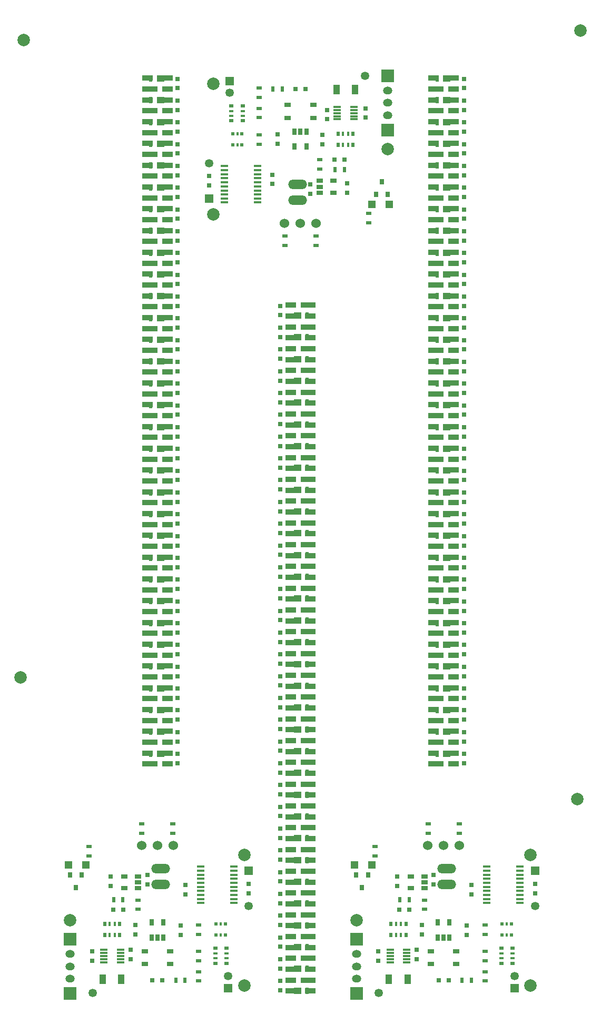
<source format=gts>
G04 #@! TF.FileFunction,Soldermask,Top*
%FSLAX46Y46*%
G04 Gerber Fmt 4.6, Leading zero omitted, Abs format (unit mm)*
G04 Created by KiCad (PCBNEW 4.0.1-stable) date 2017/04/08 12:51:49*
%MOMM*%
G01*
G04 APERTURE LIST*
%ADD10C,0.200000*%
%ADD11O,1.500000X1.270000*%
%ADD12R,2.000000X2.000000*%
%ADD13C,1.524000*%
%ADD14R,1.200000X0.300000*%
%ADD15R,1.200000X1.200000*%
%ADD16O,3.014980X1.506220*%
%ADD17R,0.800000X0.900000*%
%ADD18R,0.500000X0.900000*%
%ADD19R,0.900000X0.500000*%
%ADD20R,0.800000X0.800000*%
%ADD21R,0.700000X1.000000*%
%ADD22R,1.060000X0.650000*%
%ADD23C,2.000000*%
%ADD24R,0.750000X0.800000*%
%ADD25R,1.700000X0.850000*%
%ADD26R,1.200000X1.000000*%
%ADD27R,0.600000X1.000000*%
%ADD28C,1.350000*%
%ADD29R,1.350000X1.350000*%
%ADD30R,0.800000X0.500000*%
%ADD31R,0.800000X0.400000*%
%ADD32R,0.500000X0.800000*%
%ADD33R,0.400000X0.800000*%
%ADD34R,1.270000X0.406400*%
%ADD35R,0.400000X0.500000*%
%ADD36R,0.500000X0.500000*%
%ADD37R,1.000000X1.600000*%
%ADD38R,1.050000X0.650000*%
G04 APERTURE END LIST*
D10*
D11*
X135000000Y-50600000D03*
X135000000Y-48600000D03*
X135000000Y-52600000D03*
D12*
X135000000Y-46250000D03*
X135000000Y-54950000D03*
D13*
X123540000Y-70000000D03*
X121000000Y-70000000D03*
X118460000Y-70000000D03*
D14*
X126920000Y-51250000D03*
X126920000Y-51750000D03*
X126920000Y-52250000D03*
X126920000Y-52750000D03*
X126920000Y-53250000D03*
X129590000Y-53250000D03*
X129590000Y-52750000D03*
X129590000Y-52250000D03*
X129590000Y-51750000D03*
X129590000Y-51250000D03*
D15*
X132500000Y-66900000D03*
X135300000Y-66900000D03*
D16*
X120500000Y-66270000D03*
X120500000Y-63730000D03*
D17*
X133150000Y-65300000D03*
X135050000Y-65300000D03*
X134100000Y-63300000D03*
D18*
X116550000Y-48400000D03*
X118050000Y-48400000D03*
D19*
X114350000Y-53000000D03*
X114350000Y-51500000D03*
X114350000Y-49750000D03*
X114350000Y-48250000D03*
D18*
X126550000Y-61300000D03*
X128050000Y-61300000D03*
D19*
X124100000Y-61250000D03*
X124100000Y-59750000D03*
X132000000Y-68350000D03*
X132000000Y-69850000D03*
D20*
X121800000Y-48400000D03*
X120200000Y-48400000D03*
X128100000Y-59700000D03*
X126500000Y-59700000D03*
D21*
X121000000Y-55250000D03*
X121950000Y-55250000D03*
X120050000Y-55250000D03*
X120050000Y-57650000D03*
X121950000Y-57650000D03*
D22*
X124100000Y-63150000D03*
X124100000Y-64100000D03*
X124100000Y-65050000D03*
X126300000Y-65050000D03*
X126300000Y-63150000D03*
D23*
X107000000Y-47500000D03*
X107000000Y-68500000D03*
X135000000Y-58000000D03*
D24*
X117750000Y-84750000D03*
X117750000Y-83250000D03*
X117750000Y-88250000D03*
X117750000Y-86750000D03*
X117750000Y-91750000D03*
X117750000Y-90250000D03*
X117750000Y-95250000D03*
X117750000Y-93750000D03*
X117750000Y-98750000D03*
X117750000Y-97250000D03*
X117750000Y-102250000D03*
X117750000Y-100750000D03*
X117750000Y-105750000D03*
X117750000Y-104250000D03*
X117750000Y-109250000D03*
X117750000Y-107750000D03*
X117750000Y-112750000D03*
X117750000Y-111250000D03*
X117750000Y-116250000D03*
X117750000Y-114750000D03*
X117750000Y-119750000D03*
X117750000Y-118250000D03*
X117750000Y-123250000D03*
X117750000Y-121750000D03*
X117750000Y-126750000D03*
X117750000Y-125250000D03*
X117750000Y-130250000D03*
X117750000Y-128750000D03*
X117750000Y-133750000D03*
X117750000Y-132250000D03*
X117750000Y-137250000D03*
X117750000Y-135750000D03*
X117750000Y-140750000D03*
X117750000Y-139250000D03*
X117750000Y-144250000D03*
X117750000Y-142750000D03*
X117750000Y-147750000D03*
X117750000Y-146250000D03*
X117750000Y-151250000D03*
X117750000Y-149750000D03*
X117750000Y-154750000D03*
X117750000Y-153250000D03*
X117750000Y-158250000D03*
X117750000Y-156750000D03*
X117750000Y-161750000D03*
X117750000Y-160250000D03*
X117750000Y-165250000D03*
X117750000Y-163750000D03*
X117750000Y-168750000D03*
X117750000Y-167250000D03*
X117750000Y-172250000D03*
X117750000Y-170750000D03*
X117750000Y-175750000D03*
X117750000Y-174250000D03*
X117750000Y-179250000D03*
X117750000Y-177750000D03*
X117750000Y-182750000D03*
X117750000Y-181250000D03*
X117750000Y-186250000D03*
X117750000Y-184750000D03*
X117750000Y-189750000D03*
X117750000Y-188250000D03*
X117750000Y-193250000D03*
X117750000Y-191750000D03*
X122600000Y-65250000D03*
X122600000Y-63750000D03*
X128500000Y-65050000D03*
X128500000Y-63550000D03*
X117300000Y-57150000D03*
X117300000Y-55650000D03*
X124500000Y-55750000D03*
X124500000Y-57250000D03*
X125300000Y-53250000D03*
X125300000Y-51750000D03*
X131500000Y-53000000D03*
X131500000Y-51500000D03*
D25*
X122600000Y-193375000D03*
X122600000Y-191625000D03*
X119400000Y-191625000D03*
X119400000Y-193375000D03*
X121850000Y-191625000D03*
D26*
X120500000Y-193300000D03*
D27*
X122050000Y-193300000D03*
D25*
X122600000Y-189875000D03*
X122600000Y-188125000D03*
X119400000Y-188125000D03*
X119400000Y-189875000D03*
X121850000Y-188125000D03*
D26*
X120500000Y-189800000D03*
D27*
X122050000Y-189800000D03*
D25*
X122600000Y-186375000D03*
X122600000Y-184625000D03*
X119400000Y-184625000D03*
X119400000Y-186375000D03*
X121850000Y-184625000D03*
D26*
X120500000Y-186300000D03*
D27*
X122050000Y-186300000D03*
D25*
X122600000Y-182875000D03*
X122600000Y-181125000D03*
X119400000Y-181125000D03*
X119400000Y-182875000D03*
X121850000Y-181125000D03*
D26*
X120500000Y-182800000D03*
D27*
X122050000Y-182800000D03*
D25*
X122600000Y-179375000D03*
X122600000Y-177625000D03*
X119400000Y-177625000D03*
X119400000Y-179375000D03*
X121850000Y-177625000D03*
D26*
X120500000Y-179300000D03*
D27*
X122050000Y-179300000D03*
D25*
X122600000Y-175875000D03*
X122600000Y-174125000D03*
X119400000Y-174125000D03*
X119400000Y-175875000D03*
X121850000Y-174125000D03*
D26*
X120500000Y-175800000D03*
D27*
X122050000Y-175800000D03*
D25*
X122600000Y-172375000D03*
X122600000Y-170625000D03*
X119400000Y-170625000D03*
X119400000Y-172375000D03*
X121850000Y-170625000D03*
D26*
X120500000Y-172300000D03*
D27*
X122050000Y-172300000D03*
D25*
X122600000Y-168875000D03*
X122600000Y-167125000D03*
X119400000Y-167125000D03*
X119400000Y-168875000D03*
X121850000Y-167125000D03*
D26*
X120500000Y-168800000D03*
D27*
X122050000Y-168800000D03*
D25*
X122600000Y-165375000D03*
X122600000Y-163625000D03*
X119400000Y-163625000D03*
X119400000Y-165375000D03*
X121850000Y-163625000D03*
D26*
X120500000Y-165300000D03*
D27*
X122050000Y-165300000D03*
D25*
X122600000Y-161875000D03*
X122600000Y-160125000D03*
X119400000Y-160125000D03*
X119400000Y-161875000D03*
X121850000Y-160125000D03*
D26*
X120500000Y-161800000D03*
D27*
X122050000Y-161800000D03*
D25*
X122600000Y-158375000D03*
X122600000Y-156625000D03*
X119400000Y-156625000D03*
X119400000Y-158375000D03*
X121850000Y-156625000D03*
D26*
X120500000Y-158300000D03*
D27*
X122050000Y-158300000D03*
D25*
X122600000Y-154875000D03*
X122600000Y-153125000D03*
X119400000Y-153125000D03*
X119400000Y-154875000D03*
X121850000Y-153125000D03*
D26*
X120500000Y-154800000D03*
D27*
X122050000Y-154800000D03*
D25*
X122600000Y-151375000D03*
X122600000Y-149625000D03*
X119400000Y-149625000D03*
X119400000Y-151375000D03*
X121850000Y-149625000D03*
D26*
X120500000Y-151300000D03*
D27*
X122050000Y-151300000D03*
D25*
X122600000Y-147875000D03*
X122600000Y-146125000D03*
X119400000Y-146125000D03*
X119400000Y-147875000D03*
X121850000Y-146125000D03*
D26*
X120500000Y-147800000D03*
D27*
X122050000Y-147800000D03*
D25*
X122600000Y-144375000D03*
X122600000Y-142625000D03*
X119400000Y-142625000D03*
X119400000Y-144375000D03*
X121850000Y-142625000D03*
D26*
X120500000Y-144300000D03*
D27*
X122050000Y-144300000D03*
D25*
X122600000Y-140875000D03*
X122600000Y-139125000D03*
X119400000Y-139125000D03*
X119400000Y-140875000D03*
X121850000Y-139125000D03*
D26*
X120500000Y-140800000D03*
D27*
X122050000Y-140800000D03*
D25*
X122600000Y-137375000D03*
X122600000Y-135625000D03*
X119400000Y-135625000D03*
X119400000Y-137375000D03*
X121850000Y-135625000D03*
D26*
X120500000Y-137300000D03*
D27*
X122050000Y-137300000D03*
D25*
X122600000Y-133875000D03*
X122600000Y-132125000D03*
X119400000Y-132125000D03*
X119400000Y-133875000D03*
X121850000Y-132125000D03*
D26*
X120500000Y-133800000D03*
D27*
X122050000Y-133800000D03*
D25*
X122600000Y-130375000D03*
X122600000Y-128625000D03*
X119400000Y-128625000D03*
X119400000Y-130375000D03*
X121850000Y-128625000D03*
D26*
X120500000Y-130300000D03*
D27*
X122050000Y-130300000D03*
D25*
X122600000Y-126875000D03*
X122600000Y-125125000D03*
X119400000Y-125125000D03*
X119400000Y-126875000D03*
X121850000Y-125125000D03*
D26*
X120500000Y-126800000D03*
D27*
X122050000Y-126800000D03*
D25*
X122600000Y-123375000D03*
X122600000Y-121625000D03*
X119400000Y-121625000D03*
X119400000Y-123375000D03*
X121850000Y-121625000D03*
D26*
X120500000Y-123300000D03*
D27*
X122050000Y-123300000D03*
D25*
X122600000Y-119875000D03*
X122600000Y-118125000D03*
X119400000Y-118125000D03*
X119400000Y-119875000D03*
X121850000Y-118125000D03*
D26*
X120500000Y-119800000D03*
D27*
X122050000Y-119800000D03*
D25*
X122600000Y-116375000D03*
X122600000Y-114625000D03*
X119400000Y-114625000D03*
X119400000Y-116375000D03*
X121850000Y-114625000D03*
D26*
X120500000Y-116300000D03*
D27*
X122050000Y-116300000D03*
D25*
X122600000Y-112875000D03*
X122600000Y-111125000D03*
X119400000Y-111125000D03*
X119400000Y-112875000D03*
X121850000Y-111125000D03*
D26*
X120500000Y-112800000D03*
D27*
X122050000Y-112800000D03*
D25*
X122600000Y-109375000D03*
X122600000Y-107625000D03*
X119400000Y-107625000D03*
X119400000Y-109375000D03*
X121850000Y-107625000D03*
D26*
X120500000Y-109300000D03*
D27*
X122050000Y-109300000D03*
D25*
X122600000Y-105875000D03*
X122600000Y-104125000D03*
X119400000Y-104125000D03*
X119400000Y-105875000D03*
X121850000Y-104125000D03*
D26*
X120500000Y-105800000D03*
D27*
X122050000Y-105800000D03*
D25*
X122600000Y-102375000D03*
X122600000Y-100625000D03*
X119400000Y-100625000D03*
X119400000Y-102375000D03*
X121850000Y-100625000D03*
D26*
X120500000Y-102300000D03*
D27*
X122050000Y-102300000D03*
D25*
X122600000Y-98875000D03*
X122600000Y-97125000D03*
X119400000Y-97125000D03*
X119400000Y-98875000D03*
X121850000Y-97125000D03*
D26*
X120500000Y-98800000D03*
D27*
X122050000Y-98800000D03*
D25*
X122600000Y-95375000D03*
X122600000Y-93625000D03*
X119400000Y-93625000D03*
X119400000Y-95375000D03*
X121850000Y-93625000D03*
D26*
X120500000Y-95300000D03*
D27*
X122050000Y-95300000D03*
D25*
X122600000Y-91875000D03*
X122600000Y-90125000D03*
X119400000Y-90125000D03*
X119400000Y-91875000D03*
X121850000Y-90125000D03*
D26*
X120500000Y-91800000D03*
D27*
X122050000Y-91800000D03*
D25*
X122600000Y-88375000D03*
X122600000Y-86625000D03*
X119400000Y-86625000D03*
X119400000Y-88375000D03*
X121850000Y-86625000D03*
D26*
X120500000Y-88300000D03*
D27*
X122050000Y-88300000D03*
D25*
X122600000Y-84875000D03*
X122600000Y-83125000D03*
X119400000Y-83125000D03*
X119400000Y-84875000D03*
X121850000Y-83125000D03*
D26*
X120500000Y-84800000D03*
D27*
X122050000Y-84800000D03*
D19*
X123500000Y-73500000D03*
X123500000Y-72000000D03*
D28*
X131400000Y-46300000D03*
X106300000Y-60300000D03*
D29*
X106300000Y-66000000D03*
D28*
X109600000Y-49000000D03*
D29*
X109600000Y-47100000D03*
D30*
X109900000Y-51100000D03*
D31*
X109900000Y-52700000D03*
X109900000Y-51900000D03*
D30*
X109900000Y-53500000D03*
D31*
X111700000Y-51900000D03*
D30*
X111700000Y-51100000D03*
D31*
X111700000Y-52700000D03*
D30*
X111700000Y-53500000D03*
D32*
X129450000Y-55600000D03*
D33*
X127850000Y-55600000D03*
X128650000Y-55600000D03*
D32*
X127050000Y-55600000D03*
D33*
X128650000Y-57400000D03*
D32*
X129450000Y-57400000D03*
D33*
X127850000Y-57400000D03*
D32*
X127050000Y-57400000D03*
D24*
X116500000Y-63650000D03*
X116500000Y-62150000D03*
X106300000Y-62350000D03*
X106300000Y-63850000D03*
D34*
X108733000Y-60779000D03*
X108733000Y-61414000D03*
X108733000Y-62074400D03*
X108733000Y-62734800D03*
X108733000Y-63369800D03*
X108733000Y-64030200D03*
X108733000Y-64690600D03*
X108733000Y-65325600D03*
X108733000Y-65986000D03*
X108733000Y-66621000D03*
X114067000Y-66621000D03*
X114067000Y-65986000D03*
X114067000Y-65325600D03*
X114067000Y-64690600D03*
X114067000Y-64030200D03*
X114067000Y-63369800D03*
X114067000Y-62734800D03*
X114067000Y-62074400D03*
X114067000Y-61414000D03*
X114067000Y-60779000D03*
D35*
X110850000Y-57400000D03*
X110850000Y-55600000D03*
D36*
X110100000Y-57400000D03*
X111600000Y-57400000D03*
X111600000Y-55600000D03*
X110100000Y-55600000D03*
D19*
X118500000Y-73500000D03*
X118500000Y-72000000D03*
X114350000Y-55750000D03*
X114350000Y-57250000D03*
D37*
X129800000Y-48500000D03*
X126800000Y-48500000D03*
D38*
X123050000Y-53050000D03*
X118950000Y-53050000D03*
X118950000Y-50950000D03*
X123050000Y-50950000D03*
D13*
X95460000Y-170000000D03*
X98000000Y-170000000D03*
X100540000Y-170000000D03*
D14*
X92080000Y-188750000D03*
X92080000Y-188250000D03*
X92080000Y-187750000D03*
X92080000Y-187250000D03*
X92080000Y-186750000D03*
X89410000Y-186750000D03*
X89410000Y-187250000D03*
X89410000Y-187750000D03*
X89410000Y-188250000D03*
X89410000Y-188750000D03*
D15*
X86500000Y-173100000D03*
X83700000Y-173100000D03*
D16*
X98500000Y-173730000D03*
X98500000Y-176270000D03*
D17*
X85850000Y-174700000D03*
X83950000Y-174700000D03*
X84900000Y-176700000D03*
D18*
X102450000Y-191600000D03*
X100950000Y-191600000D03*
D19*
X104650000Y-187000000D03*
X104650000Y-188500000D03*
X104650000Y-190250000D03*
X104650000Y-191750000D03*
D18*
X92450000Y-178700000D03*
X90950000Y-178700000D03*
D19*
X94900000Y-178750000D03*
X94900000Y-180250000D03*
X87000000Y-171650000D03*
X87000000Y-170150000D03*
D20*
X97200000Y-191600000D03*
X98800000Y-191600000D03*
X90900000Y-180300000D03*
X92500000Y-180300000D03*
D21*
X98000000Y-184750000D03*
X97050000Y-184750000D03*
X98950000Y-184750000D03*
X98950000Y-182350000D03*
X97050000Y-182350000D03*
D22*
X94900000Y-176850000D03*
X94900000Y-175900000D03*
X94900000Y-174950000D03*
X92700000Y-174950000D03*
X92700000Y-176850000D03*
D23*
X112000000Y-192500000D03*
X112000000Y-171500000D03*
X84000000Y-182000000D03*
D24*
X101250000Y-155250000D03*
X101250000Y-156750000D03*
X101250000Y-151750000D03*
X101250000Y-153250000D03*
X101250000Y-148250000D03*
X101250000Y-149750000D03*
X101250000Y-144750000D03*
X101250000Y-146250000D03*
X101250000Y-141250000D03*
X101250000Y-142750000D03*
X101250000Y-137750000D03*
X101250000Y-139250000D03*
X101250000Y-134250000D03*
X101250000Y-135750000D03*
X101250000Y-130750000D03*
X101250000Y-132250000D03*
X101250000Y-127250000D03*
X101250000Y-128750000D03*
X101250000Y-123750000D03*
X101250000Y-125250000D03*
X101250000Y-120250000D03*
X101250000Y-121750000D03*
X101250000Y-116750000D03*
X101250000Y-118250000D03*
X101250000Y-113250000D03*
X101250000Y-114750000D03*
X101250000Y-109750000D03*
X101250000Y-111250000D03*
X101250000Y-106250000D03*
X101250000Y-107750000D03*
X101250000Y-102750000D03*
X101250000Y-104250000D03*
X101250000Y-99250000D03*
X101250000Y-100750000D03*
X101250000Y-95750000D03*
X101250000Y-97250000D03*
X101250000Y-92250000D03*
X101250000Y-93750000D03*
X101250000Y-88750000D03*
X101250000Y-90250000D03*
X101250000Y-85250000D03*
X101250000Y-86750000D03*
X101250000Y-81750000D03*
X101250000Y-83250000D03*
X101250000Y-78250000D03*
X101250000Y-79750000D03*
X101250000Y-74750000D03*
X101250000Y-76250000D03*
X101250000Y-71250000D03*
X101250000Y-72750000D03*
X101250000Y-67750000D03*
X101250000Y-69250000D03*
X101250000Y-64250000D03*
X101250000Y-65750000D03*
X101250000Y-60750000D03*
X101250000Y-62250000D03*
X101250000Y-57250000D03*
X101250000Y-58750000D03*
X101250000Y-53750000D03*
X101250000Y-55250000D03*
X101250000Y-50250000D03*
X101250000Y-51750000D03*
X101250000Y-46750000D03*
X101250000Y-48250000D03*
X96400000Y-174750000D03*
X96400000Y-176250000D03*
X90500000Y-174950000D03*
X90500000Y-176450000D03*
X101700000Y-182850000D03*
X101700000Y-184350000D03*
X94500000Y-184250000D03*
X94500000Y-182750000D03*
X93700000Y-186750000D03*
X93700000Y-188250000D03*
X87500000Y-187000000D03*
X87500000Y-188500000D03*
D25*
X96400000Y-46625000D03*
X96400000Y-48375000D03*
X99600000Y-48375000D03*
X99600000Y-46625000D03*
X97150000Y-48375000D03*
D26*
X98500000Y-46700000D03*
D27*
X96950000Y-46700000D03*
D25*
X96400000Y-50125000D03*
X96400000Y-51875000D03*
X99600000Y-51875000D03*
X99600000Y-50125000D03*
X97150000Y-51875000D03*
D26*
X98500000Y-50200000D03*
D27*
X96950000Y-50200000D03*
D25*
X96400000Y-53625000D03*
X96400000Y-55375000D03*
X99600000Y-55375000D03*
X99600000Y-53625000D03*
X97150000Y-55375000D03*
D26*
X98500000Y-53700000D03*
D27*
X96950000Y-53700000D03*
D25*
X96400000Y-57125000D03*
X96400000Y-58875000D03*
X99600000Y-58875000D03*
X99600000Y-57125000D03*
X97150000Y-58875000D03*
D26*
X98500000Y-57200000D03*
D27*
X96950000Y-57200000D03*
D25*
X96400000Y-60625000D03*
X96400000Y-62375000D03*
X99600000Y-62375000D03*
X99600000Y-60625000D03*
X97150000Y-62375000D03*
D26*
X98500000Y-60700000D03*
D27*
X96950000Y-60700000D03*
D25*
X96400000Y-64125000D03*
X96400000Y-65875000D03*
X99600000Y-65875000D03*
X99600000Y-64125000D03*
X97150000Y-65875000D03*
D26*
X98500000Y-64200000D03*
D27*
X96950000Y-64200000D03*
D25*
X96400000Y-67625000D03*
X96400000Y-69375000D03*
X99600000Y-69375000D03*
X99600000Y-67625000D03*
X97150000Y-69375000D03*
D26*
X98500000Y-67700000D03*
D27*
X96950000Y-67700000D03*
D25*
X96400000Y-71125000D03*
X96400000Y-72875000D03*
X99600000Y-72875000D03*
X99600000Y-71125000D03*
X97150000Y-72875000D03*
D26*
X98500000Y-71200000D03*
D27*
X96950000Y-71200000D03*
D25*
X96400000Y-74625000D03*
X96400000Y-76375000D03*
X99600000Y-76375000D03*
X99600000Y-74625000D03*
X97150000Y-76375000D03*
D26*
X98500000Y-74700000D03*
D27*
X96950000Y-74700000D03*
D25*
X96400000Y-78125000D03*
X96400000Y-79875000D03*
X99600000Y-79875000D03*
X99600000Y-78125000D03*
X97150000Y-79875000D03*
D26*
X98500000Y-78200000D03*
D27*
X96950000Y-78200000D03*
D25*
X96400000Y-81625000D03*
X96400000Y-83375000D03*
X99600000Y-83375000D03*
X99600000Y-81625000D03*
X97150000Y-83375000D03*
D26*
X98500000Y-81700000D03*
D27*
X96950000Y-81700000D03*
D25*
X96400000Y-85125000D03*
X96400000Y-86875000D03*
X99600000Y-86875000D03*
X99600000Y-85125000D03*
X97150000Y-86875000D03*
D26*
X98500000Y-85200000D03*
D27*
X96950000Y-85200000D03*
D25*
X96400000Y-88625000D03*
X96400000Y-90375000D03*
X99600000Y-90375000D03*
X99600000Y-88625000D03*
X97150000Y-90375000D03*
D26*
X98500000Y-88700000D03*
D27*
X96950000Y-88700000D03*
D25*
X96400000Y-92125000D03*
X96400000Y-93875000D03*
X99600000Y-93875000D03*
X99600000Y-92125000D03*
X97150000Y-93875000D03*
D26*
X98500000Y-92200000D03*
D27*
X96950000Y-92200000D03*
D25*
X96400000Y-95625000D03*
X96400000Y-97375000D03*
X99600000Y-97375000D03*
X99600000Y-95625000D03*
X97150000Y-97375000D03*
D26*
X98500000Y-95700000D03*
D27*
X96950000Y-95700000D03*
D25*
X96400000Y-99125000D03*
X96400000Y-100875000D03*
X99600000Y-100875000D03*
X99600000Y-99125000D03*
X97150000Y-100875000D03*
D26*
X98500000Y-99200000D03*
D27*
X96950000Y-99200000D03*
D25*
X96400000Y-102625000D03*
X96400000Y-104375000D03*
X99600000Y-104375000D03*
X99600000Y-102625000D03*
X97150000Y-104375000D03*
D26*
X98500000Y-102700000D03*
D27*
X96950000Y-102700000D03*
D25*
X96400000Y-106125000D03*
X96400000Y-107875000D03*
X99600000Y-107875000D03*
X99600000Y-106125000D03*
X97150000Y-107875000D03*
D26*
X98500000Y-106200000D03*
D27*
X96950000Y-106200000D03*
D25*
X96400000Y-109625000D03*
X96400000Y-111375000D03*
X99600000Y-111375000D03*
X99600000Y-109625000D03*
X97150000Y-111375000D03*
D26*
X98500000Y-109700000D03*
D27*
X96950000Y-109700000D03*
D25*
X96400000Y-113125000D03*
X96400000Y-114875000D03*
X99600000Y-114875000D03*
X99600000Y-113125000D03*
X97150000Y-114875000D03*
D26*
X98500000Y-113200000D03*
D27*
X96950000Y-113200000D03*
D25*
X96400000Y-116625000D03*
X96400000Y-118375000D03*
X99600000Y-118375000D03*
X99600000Y-116625000D03*
X97150000Y-118375000D03*
D26*
X98500000Y-116700000D03*
D27*
X96950000Y-116700000D03*
D25*
X96400000Y-120125000D03*
X96400000Y-121875000D03*
X99600000Y-121875000D03*
X99600000Y-120125000D03*
X97150000Y-121875000D03*
D26*
X98500000Y-120200000D03*
D27*
X96950000Y-120200000D03*
D25*
X96400000Y-123625000D03*
X96400000Y-125375000D03*
X99600000Y-125375000D03*
X99600000Y-123625000D03*
X97150000Y-125375000D03*
D26*
X98500000Y-123700000D03*
D27*
X96950000Y-123700000D03*
D25*
X96400000Y-127125000D03*
X96400000Y-128875000D03*
X99600000Y-128875000D03*
X99600000Y-127125000D03*
X97150000Y-128875000D03*
D26*
X98500000Y-127200000D03*
D27*
X96950000Y-127200000D03*
D25*
X96400000Y-130625000D03*
X96400000Y-132375000D03*
X99600000Y-132375000D03*
X99600000Y-130625000D03*
X97150000Y-132375000D03*
D26*
X98500000Y-130700000D03*
D27*
X96950000Y-130700000D03*
D25*
X96400000Y-134125000D03*
X96400000Y-135875000D03*
X99600000Y-135875000D03*
X99600000Y-134125000D03*
X97150000Y-135875000D03*
D26*
X98500000Y-134200000D03*
D27*
X96950000Y-134200000D03*
D25*
X96400000Y-137625000D03*
X96400000Y-139375000D03*
X99600000Y-139375000D03*
X99600000Y-137625000D03*
X97150000Y-139375000D03*
D26*
X98500000Y-137700000D03*
D27*
X96950000Y-137700000D03*
D25*
X96400000Y-141125000D03*
X96400000Y-142875000D03*
X99600000Y-142875000D03*
X99600000Y-141125000D03*
X97150000Y-142875000D03*
D26*
X98500000Y-141200000D03*
D27*
X96950000Y-141200000D03*
D25*
X96400000Y-144625000D03*
X96400000Y-146375000D03*
X99600000Y-146375000D03*
X99600000Y-144625000D03*
X97150000Y-146375000D03*
D26*
X98500000Y-144700000D03*
D27*
X96950000Y-144700000D03*
D25*
X96400000Y-148125000D03*
X96400000Y-149875000D03*
X99600000Y-149875000D03*
X99600000Y-148125000D03*
X97150000Y-149875000D03*
D26*
X98500000Y-148200000D03*
D27*
X96950000Y-148200000D03*
D25*
X96400000Y-151625000D03*
X96400000Y-153375000D03*
X99600000Y-153375000D03*
X99600000Y-151625000D03*
X97150000Y-153375000D03*
D26*
X98500000Y-151700000D03*
D27*
X96950000Y-151700000D03*
D25*
X96400000Y-155125000D03*
X96400000Y-156875000D03*
X99600000Y-156875000D03*
X99600000Y-155125000D03*
X97150000Y-156875000D03*
D26*
X98500000Y-155200000D03*
D27*
X96950000Y-155200000D03*
D19*
X95500000Y-166500000D03*
X95500000Y-168000000D03*
D28*
X87600000Y-193700000D03*
X112700000Y-179700000D03*
D29*
X112700000Y-174000000D03*
D28*
X109400000Y-191000000D03*
D29*
X109400000Y-192900000D03*
D30*
X109100000Y-188900000D03*
D31*
X109100000Y-187300000D03*
X109100000Y-188100000D03*
D30*
X109100000Y-186500000D03*
D31*
X107300000Y-188100000D03*
D30*
X107300000Y-188900000D03*
D31*
X107300000Y-187300000D03*
D30*
X107300000Y-186500000D03*
D32*
X89550000Y-184400000D03*
D33*
X91150000Y-184400000D03*
X90350000Y-184400000D03*
D32*
X91950000Y-184400000D03*
D33*
X90350000Y-182600000D03*
D32*
X89550000Y-182600000D03*
D33*
X91150000Y-182600000D03*
D32*
X91950000Y-182600000D03*
D24*
X102500000Y-176350000D03*
X102500000Y-177850000D03*
X112700000Y-177650000D03*
X112700000Y-176150000D03*
D34*
X110267000Y-179221000D03*
X110267000Y-178586000D03*
X110267000Y-177925600D03*
X110267000Y-177265200D03*
X110267000Y-176630200D03*
X110267000Y-175969800D03*
X110267000Y-175309400D03*
X110267000Y-174674400D03*
X110267000Y-174014000D03*
X110267000Y-173379000D03*
X104933000Y-173379000D03*
X104933000Y-174014000D03*
X104933000Y-174674400D03*
X104933000Y-175309400D03*
X104933000Y-175969800D03*
X104933000Y-176630200D03*
X104933000Y-177265200D03*
X104933000Y-177925600D03*
X104933000Y-178586000D03*
X104933000Y-179221000D03*
D35*
X108150000Y-182600000D03*
X108150000Y-184400000D03*
D36*
X108900000Y-182600000D03*
X107400000Y-182600000D03*
X107400000Y-184400000D03*
X108900000Y-184400000D03*
D19*
X100500000Y-166500000D03*
X100500000Y-168000000D03*
X104650000Y-184250000D03*
X104650000Y-182750000D03*
D37*
X89200000Y-191500000D03*
X92200000Y-191500000D03*
D38*
X95950000Y-186950000D03*
X100050000Y-186950000D03*
X100050000Y-189050000D03*
X95950000Y-189050000D03*
D13*
X141460000Y-170000000D03*
X144000000Y-170000000D03*
X146540000Y-170000000D03*
D14*
X138080000Y-188750000D03*
X138080000Y-188250000D03*
X138080000Y-187750000D03*
X138080000Y-187250000D03*
X138080000Y-186750000D03*
X135410000Y-186750000D03*
X135410000Y-187250000D03*
X135410000Y-187750000D03*
X135410000Y-188250000D03*
X135410000Y-188750000D03*
D15*
X132500000Y-173100000D03*
X129700000Y-173100000D03*
D16*
X144500000Y-173730000D03*
X144500000Y-176270000D03*
D17*
X131850000Y-174700000D03*
X129950000Y-174700000D03*
X130900000Y-176700000D03*
D18*
X148450000Y-191600000D03*
X146950000Y-191600000D03*
D19*
X150650000Y-187000000D03*
X150650000Y-188500000D03*
X150650000Y-190250000D03*
X150650000Y-191750000D03*
D18*
X138450000Y-178700000D03*
X136950000Y-178700000D03*
D19*
X140900000Y-178750000D03*
X140900000Y-180250000D03*
X133000000Y-171650000D03*
X133000000Y-170150000D03*
D20*
X143200000Y-191600000D03*
X144800000Y-191600000D03*
X136900000Y-180300000D03*
X138500000Y-180300000D03*
D21*
X144000000Y-184750000D03*
X143050000Y-184750000D03*
X144950000Y-184750000D03*
X144950000Y-182350000D03*
X143050000Y-182350000D03*
D22*
X140900000Y-176850000D03*
X140900000Y-175900000D03*
X140900000Y-174950000D03*
X138700000Y-174950000D03*
X138700000Y-176850000D03*
D23*
X158000000Y-192500000D03*
X158000000Y-171500000D03*
X130000000Y-182000000D03*
D24*
X147250000Y-155250000D03*
X147250000Y-156750000D03*
X147250000Y-151750000D03*
X147250000Y-153250000D03*
X147250000Y-148250000D03*
X147250000Y-149750000D03*
X147250000Y-144750000D03*
X147250000Y-146250000D03*
X147250000Y-141250000D03*
X147250000Y-142750000D03*
X147250000Y-137750000D03*
X147250000Y-139250000D03*
X147250000Y-134250000D03*
X147250000Y-135750000D03*
X147250000Y-130750000D03*
X147250000Y-132250000D03*
X147250000Y-127250000D03*
X147250000Y-128750000D03*
X147250000Y-123750000D03*
X147250000Y-125250000D03*
X147250000Y-120250000D03*
X147250000Y-121750000D03*
X147250000Y-116750000D03*
X147250000Y-118250000D03*
X147250000Y-113250000D03*
X147250000Y-114750000D03*
X147250000Y-109750000D03*
X147250000Y-111250000D03*
X147250000Y-106250000D03*
X147250000Y-107750000D03*
X147250000Y-102750000D03*
X147250000Y-104250000D03*
X147250000Y-99250000D03*
X147250000Y-100750000D03*
X147250000Y-95750000D03*
X147250000Y-97250000D03*
X147250000Y-92250000D03*
X147250000Y-93750000D03*
X147250000Y-88750000D03*
X147250000Y-90250000D03*
X147250000Y-85250000D03*
X147250000Y-86750000D03*
X147250000Y-81750000D03*
X147250000Y-83250000D03*
X147250000Y-78250000D03*
X147250000Y-79750000D03*
X147250000Y-74750000D03*
X147250000Y-76250000D03*
X147250000Y-71250000D03*
X147250000Y-72750000D03*
X147250000Y-67750000D03*
X147250000Y-69250000D03*
X147250000Y-64250000D03*
X147250000Y-65750000D03*
X147250000Y-60750000D03*
X147250000Y-62250000D03*
X147250000Y-57250000D03*
X147250000Y-58750000D03*
X147250000Y-53750000D03*
X147250000Y-55250000D03*
X147250000Y-50250000D03*
X147250000Y-51750000D03*
X147250000Y-46750000D03*
X147250000Y-48250000D03*
X142400000Y-174750000D03*
X142400000Y-176250000D03*
X136500000Y-174950000D03*
X136500000Y-176450000D03*
X147700000Y-182850000D03*
X147700000Y-184350000D03*
X140500000Y-184250000D03*
X140500000Y-182750000D03*
X139700000Y-186750000D03*
X139700000Y-188250000D03*
X133500000Y-187000000D03*
X133500000Y-188500000D03*
D25*
X142400000Y-46625000D03*
X142400000Y-48375000D03*
X145600000Y-48375000D03*
X145600000Y-46625000D03*
X143150000Y-48375000D03*
D26*
X144500000Y-46700000D03*
D27*
X142950000Y-46700000D03*
D25*
X142400000Y-50125000D03*
X142400000Y-51875000D03*
X145600000Y-51875000D03*
X145600000Y-50125000D03*
X143150000Y-51875000D03*
D26*
X144500000Y-50200000D03*
D27*
X142950000Y-50200000D03*
D25*
X142400000Y-53625000D03*
X142400000Y-55375000D03*
X145600000Y-55375000D03*
X145600000Y-53625000D03*
X143150000Y-55375000D03*
D26*
X144500000Y-53700000D03*
D27*
X142950000Y-53700000D03*
D25*
X142400000Y-57125000D03*
X142400000Y-58875000D03*
X145600000Y-58875000D03*
X145600000Y-57125000D03*
X143150000Y-58875000D03*
D26*
X144500000Y-57200000D03*
D27*
X142950000Y-57200000D03*
D25*
X142400000Y-60625000D03*
X142400000Y-62375000D03*
X145600000Y-62375000D03*
X145600000Y-60625000D03*
X143150000Y-62375000D03*
D26*
X144500000Y-60700000D03*
D27*
X142950000Y-60700000D03*
D25*
X142400000Y-64125000D03*
X142400000Y-65875000D03*
X145600000Y-65875000D03*
X145600000Y-64125000D03*
X143150000Y-65875000D03*
D26*
X144500000Y-64200000D03*
D27*
X142950000Y-64200000D03*
D25*
X142400000Y-67625000D03*
X142400000Y-69375000D03*
X145600000Y-69375000D03*
X145600000Y-67625000D03*
X143150000Y-69375000D03*
D26*
X144500000Y-67700000D03*
D27*
X142950000Y-67700000D03*
D25*
X142400000Y-71125000D03*
X142400000Y-72875000D03*
X145600000Y-72875000D03*
X145600000Y-71125000D03*
X143150000Y-72875000D03*
D26*
X144500000Y-71200000D03*
D27*
X142950000Y-71200000D03*
D25*
X142400000Y-74625000D03*
X142400000Y-76375000D03*
X145600000Y-76375000D03*
X145600000Y-74625000D03*
X143150000Y-76375000D03*
D26*
X144500000Y-74700000D03*
D27*
X142950000Y-74700000D03*
D25*
X142400000Y-78125000D03*
X142400000Y-79875000D03*
X145600000Y-79875000D03*
X145600000Y-78125000D03*
X143150000Y-79875000D03*
D26*
X144500000Y-78200000D03*
D27*
X142950000Y-78200000D03*
D25*
X142400000Y-81625000D03*
X142400000Y-83375000D03*
X145600000Y-83375000D03*
X145600000Y-81625000D03*
X143150000Y-83375000D03*
D26*
X144500000Y-81700000D03*
D27*
X142950000Y-81700000D03*
D25*
X142400000Y-85125000D03*
X142400000Y-86875000D03*
X145600000Y-86875000D03*
X145600000Y-85125000D03*
X143150000Y-86875000D03*
D26*
X144500000Y-85200000D03*
D27*
X142950000Y-85200000D03*
D25*
X142400000Y-88625000D03*
X142400000Y-90375000D03*
X145600000Y-90375000D03*
X145600000Y-88625000D03*
X143150000Y-90375000D03*
D26*
X144500000Y-88700000D03*
D27*
X142950000Y-88700000D03*
D25*
X142400000Y-92125000D03*
X142400000Y-93875000D03*
X145600000Y-93875000D03*
X145600000Y-92125000D03*
X143150000Y-93875000D03*
D26*
X144500000Y-92200000D03*
D27*
X142950000Y-92200000D03*
D25*
X142400000Y-95625000D03*
X142400000Y-97375000D03*
X145600000Y-97375000D03*
X145600000Y-95625000D03*
X143150000Y-97375000D03*
D26*
X144500000Y-95700000D03*
D27*
X142950000Y-95700000D03*
D25*
X142400000Y-99125000D03*
X142400000Y-100875000D03*
X145600000Y-100875000D03*
X145600000Y-99125000D03*
X143150000Y-100875000D03*
D26*
X144500000Y-99200000D03*
D27*
X142950000Y-99200000D03*
D25*
X142400000Y-102625000D03*
X142400000Y-104375000D03*
X145600000Y-104375000D03*
X145600000Y-102625000D03*
X143150000Y-104375000D03*
D26*
X144500000Y-102700000D03*
D27*
X142950000Y-102700000D03*
D25*
X142400000Y-106125000D03*
X142400000Y-107875000D03*
X145600000Y-107875000D03*
X145600000Y-106125000D03*
X143150000Y-107875000D03*
D26*
X144500000Y-106200000D03*
D27*
X142950000Y-106200000D03*
D25*
X142400000Y-109625000D03*
X142400000Y-111375000D03*
X145600000Y-111375000D03*
X145600000Y-109625000D03*
X143150000Y-111375000D03*
D26*
X144500000Y-109700000D03*
D27*
X142950000Y-109700000D03*
D25*
X142400000Y-113125000D03*
X142400000Y-114875000D03*
X145600000Y-114875000D03*
X145600000Y-113125000D03*
X143150000Y-114875000D03*
D26*
X144500000Y-113200000D03*
D27*
X142950000Y-113200000D03*
D25*
X142400000Y-116625000D03*
X142400000Y-118375000D03*
X145600000Y-118375000D03*
X145600000Y-116625000D03*
X143150000Y-118375000D03*
D26*
X144500000Y-116700000D03*
D27*
X142950000Y-116700000D03*
D25*
X142400000Y-120125000D03*
X142400000Y-121875000D03*
X145600000Y-121875000D03*
X145600000Y-120125000D03*
X143150000Y-121875000D03*
D26*
X144500000Y-120200000D03*
D27*
X142950000Y-120200000D03*
D25*
X142400000Y-123625000D03*
X142400000Y-125375000D03*
X145600000Y-125375000D03*
X145600000Y-123625000D03*
X143150000Y-125375000D03*
D26*
X144500000Y-123700000D03*
D27*
X142950000Y-123700000D03*
D25*
X142400000Y-127125000D03*
X142400000Y-128875000D03*
X145600000Y-128875000D03*
X145600000Y-127125000D03*
X143150000Y-128875000D03*
D26*
X144500000Y-127200000D03*
D27*
X142950000Y-127200000D03*
D25*
X142400000Y-130625000D03*
X142400000Y-132375000D03*
X145600000Y-132375000D03*
X145600000Y-130625000D03*
X143150000Y-132375000D03*
D26*
X144500000Y-130700000D03*
D27*
X142950000Y-130700000D03*
D25*
X142400000Y-134125000D03*
X142400000Y-135875000D03*
X145600000Y-135875000D03*
X145600000Y-134125000D03*
X143150000Y-135875000D03*
D26*
X144500000Y-134200000D03*
D27*
X142950000Y-134200000D03*
D25*
X142400000Y-137625000D03*
X142400000Y-139375000D03*
X145600000Y-139375000D03*
X145600000Y-137625000D03*
X143150000Y-139375000D03*
D26*
X144500000Y-137700000D03*
D27*
X142950000Y-137700000D03*
D25*
X142400000Y-141125000D03*
X142400000Y-142875000D03*
X145600000Y-142875000D03*
X145600000Y-141125000D03*
X143150000Y-142875000D03*
D26*
X144500000Y-141200000D03*
D27*
X142950000Y-141200000D03*
D25*
X142400000Y-144625000D03*
X142400000Y-146375000D03*
X145600000Y-146375000D03*
X145600000Y-144625000D03*
X143150000Y-146375000D03*
D26*
X144500000Y-144700000D03*
D27*
X142950000Y-144700000D03*
D25*
X142400000Y-148125000D03*
X142400000Y-149875000D03*
X145600000Y-149875000D03*
X145600000Y-148125000D03*
X143150000Y-149875000D03*
D26*
X144500000Y-148200000D03*
D27*
X142950000Y-148200000D03*
D25*
X142400000Y-151625000D03*
X142400000Y-153375000D03*
X145600000Y-153375000D03*
X145600000Y-151625000D03*
X143150000Y-153375000D03*
D26*
X144500000Y-151700000D03*
D27*
X142950000Y-151700000D03*
D25*
X142400000Y-155125000D03*
X142400000Y-156875000D03*
X145600000Y-156875000D03*
X145600000Y-155125000D03*
X143150000Y-156875000D03*
D26*
X144500000Y-155200000D03*
D27*
X142950000Y-155200000D03*
D19*
X141500000Y-166500000D03*
X141500000Y-168000000D03*
D28*
X133600000Y-193700000D03*
X158700000Y-179700000D03*
D29*
X158700000Y-174000000D03*
D28*
X155400000Y-191000000D03*
D29*
X155400000Y-192900000D03*
D30*
X155100000Y-188900000D03*
D31*
X155100000Y-187300000D03*
X155100000Y-188100000D03*
D30*
X155100000Y-186500000D03*
D31*
X153300000Y-188100000D03*
D30*
X153300000Y-188900000D03*
D31*
X153300000Y-187300000D03*
D30*
X153300000Y-186500000D03*
D32*
X135550000Y-184400000D03*
D33*
X137150000Y-184400000D03*
X136350000Y-184400000D03*
D32*
X137950000Y-184400000D03*
D33*
X136350000Y-182600000D03*
D32*
X135550000Y-182600000D03*
D33*
X137150000Y-182600000D03*
D32*
X137950000Y-182600000D03*
D24*
X148500000Y-176350000D03*
X148500000Y-177850000D03*
X158700000Y-177650000D03*
X158700000Y-176150000D03*
D34*
X156267000Y-179221000D03*
X156267000Y-178586000D03*
X156267000Y-177925600D03*
X156267000Y-177265200D03*
X156267000Y-176630200D03*
X156267000Y-175969800D03*
X156267000Y-175309400D03*
X156267000Y-174674400D03*
X156267000Y-174014000D03*
X156267000Y-173379000D03*
X150933000Y-173379000D03*
X150933000Y-174014000D03*
X150933000Y-174674400D03*
X150933000Y-175309400D03*
X150933000Y-175969800D03*
X150933000Y-176630200D03*
X150933000Y-177265200D03*
X150933000Y-177925600D03*
X150933000Y-178586000D03*
X150933000Y-179221000D03*
D35*
X154150000Y-182600000D03*
X154150000Y-184400000D03*
D36*
X154900000Y-182600000D03*
X153400000Y-182600000D03*
X153400000Y-184400000D03*
X154900000Y-184400000D03*
D19*
X146500000Y-166500000D03*
X146500000Y-168000000D03*
X150650000Y-184250000D03*
X150650000Y-182750000D03*
D37*
X135200000Y-191500000D03*
X138200000Y-191500000D03*
D38*
X141950000Y-186950000D03*
X146050000Y-186950000D03*
X146050000Y-189050000D03*
X141950000Y-189050000D03*
D11*
X84000000Y-189400000D03*
X84000000Y-191400000D03*
X84000000Y-187400000D03*
D12*
X84000000Y-193750000D03*
X84000000Y-185050000D03*
D11*
X130000000Y-189400000D03*
X130000000Y-191400000D03*
X130000000Y-187400000D03*
D12*
X130000000Y-193750000D03*
X130000000Y-185050000D03*
D23*
X76500000Y-40500000D03*
X165500000Y-162500000D03*
X166000000Y-39000000D03*
X76000000Y-143000000D03*
M02*

</source>
